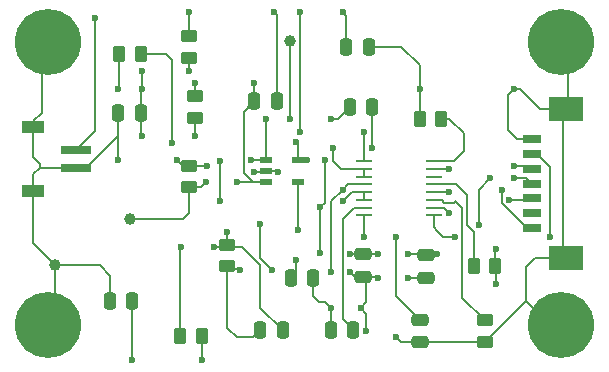
<source format=gtl>
G04 #@! TF.GenerationSoftware,KiCad,Pcbnew,8.0.6*
G04 #@! TF.CreationDate,2025-01-26T18:33:20-05:00*
G04 #@! TF.ProjectId,Mic_Board_Unidirectional,4d69635f-426f-4617-9264-5f556e696469,rev?*
G04 #@! TF.SameCoordinates,Original*
G04 #@! TF.FileFunction,Copper,L1,Top*
G04 #@! TF.FilePolarity,Positive*
%FSLAX46Y46*%
G04 Gerber Fmt 4.6, Leading zero omitted, Abs format (unit mm)*
G04 Created by KiCad (PCBNEW 8.0.6) date 2025-01-26 18:33:20*
%MOMM*%
%LPD*%
G01*
G04 APERTURE LIST*
G04 Aperture macros list*
%AMRoundRect*
0 Rectangle with rounded corners*
0 $1 Rounding radius*
0 $2 $3 $4 $5 $6 $7 $8 $9 X,Y pos of 4 corners*
0 Add a 4 corners polygon primitive as box body*
4,1,4,$2,$3,$4,$5,$6,$7,$8,$9,$2,$3,0*
0 Add four circle primitives for the rounded corners*
1,1,$1+$1,$2,$3*
1,1,$1+$1,$4,$5*
1,1,$1+$1,$6,$7*
1,1,$1+$1,$8,$9*
0 Add four rect primitives between the rounded corners*
20,1,$1+$1,$2,$3,$4,$5,0*
20,1,$1+$1,$4,$5,$6,$7,0*
20,1,$1+$1,$6,$7,$8,$9,0*
20,1,$1+$1,$8,$9,$2,$3,0*%
G04 Aperture macros list end*
G04 #@! TA.AperFunction,SMDPad,CuDef*
%ADD10R,1.409700X0.279400*%
G04 #@! TD*
G04 #@! TA.AperFunction,SMDPad,CuDef*
%ADD11RoundRect,0.250000X0.450000X-0.262500X0.450000X0.262500X-0.450000X0.262500X-0.450000X-0.262500X0*%
G04 #@! TD*
G04 #@! TA.AperFunction,SMDPad,CuDef*
%ADD12RoundRect,0.250000X0.475000X-0.250000X0.475000X0.250000X-0.475000X0.250000X-0.475000X-0.250000X0*%
G04 #@! TD*
G04 #@! TA.AperFunction,SMDPad,CuDef*
%ADD13C,1.000000*%
G04 #@! TD*
G04 #@! TA.AperFunction,ComponentPad*
%ADD14C,5.600000*%
G04 #@! TD*
G04 #@! TA.AperFunction,SMDPad,CuDef*
%ADD15R,2.500000X0.700000*%
G04 #@! TD*
G04 #@! TA.AperFunction,SMDPad,CuDef*
%ADD16R,1.900000X1.100000*%
G04 #@! TD*
G04 #@! TA.AperFunction,SMDPad,CuDef*
%ADD17RoundRect,0.250000X-0.262500X-0.450000X0.262500X-0.450000X0.262500X0.450000X-0.262500X0.450000X0*%
G04 #@! TD*
G04 #@! TA.AperFunction,SMDPad,CuDef*
%ADD18R,0.977900X0.508000*%
G04 #@! TD*
G04 #@! TA.AperFunction,SMDPad,CuDef*
%ADD19RoundRect,0.250000X-0.475000X0.250000X-0.475000X-0.250000X0.475000X-0.250000X0.475000X0.250000X0*%
G04 #@! TD*
G04 #@! TA.AperFunction,SMDPad,CuDef*
%ADD20RoundRect,0.250000X0.250000X0.475000X-0.250000X0.475000X-0.250000X-0.475000X0.250000X-0.475000X0*%
G04 #@! TD*
G04 #@! TA.AperFunction,SMDPad,CuDef*
%ADD21RoundRect,0.250000X-0.250000X-0.475000X0.250000X-0.475000X0.250000X0.475000X-0.250000X0.475000X0*%
G04 #@! TD*
G04 #@! TA.AperFunction,SMDPad,CuDef*
%ADD22R,1.600000X0.800000*%
G04 #@! TD*
G04 #@! TA.AperFunction,SMDPad,CuDef*
%ADD23R,3.000000X2.100000*%
G04 #@! TD*
G04 #@! TA.AperFunction,ViaPad*
%ADD24C,0.600000*%
G04 #@! TD*
G04 #@! TA.AperFunction,Conductor*
%ADD25C,0.200000*%
G04 #@! TD*
G04 APERTURE END LIST*
D10*
X158777750Y-79625003D03*
X158777750Y-80275001D03*
X158777750Y-80925003D03*
X158777750Y-81575001D03*
X158777750Y-82225000D03*
X158777750Y-82875001D03*
X158777750Y-83525000D03*
X158777750Y-84175001D03*
X164683250Y-84175001D03*
X164683250Y-83525003D03*
X164683250Y-82875001D03*
X164683250Y-82225003D03*
X164683250Y-81575004D03*
X164683250Y-80925003D03*
X164683250Y-80275004D03*
X164683250Y-79625003D03*
D11*
X144000000Y-81825000D03*
X144000000Y-80000000D03*
D12*
X158730500Y-89400002D03*
X158730500Y-87500002D03*
D13*
X132636000Y-88400002D03*
D14*
X132000000Y-93500000D03*
D15*
X134380500Y-78650002D03*
X134380500Y-80150002D03*
D16*
X130780500Y-76700002D03*
X130780500Y-82100002D03*
D14*
X132000000Y-93500000D03*
D17*
X143230500Y-94400002D03*
X145055500Y-94400002D03*
D14*
X175500000Y-93500000D03*
D11*
X144500000Y-75912500D03*
X144500000Y-74087500D03*
D18*
X150500000Y-79500000D03*
X150500000Y-80450001D03*
X150500000Y-81400002D03*
X153230500Y-81400002D03*
X153230500Y-79500000D03*
D17*
X168087500Y-88500000D03*
X169912500Y-88500000D03*
D19*
X163500000Y-93050000D03*
X163500000Y-94950000D03*
D20*
X157900000Y-93900002D03*
X156000000Y-93900002D03*
D17*
X163500000Y-76000000D03*
X165325000Y-76000000D03*
D21*
X137280500Y-91400002D03*
X139180500Y-91400002D03*
D13*
X139000000Y-84500000D03*
D21*
X157600000Y-75000000D03*
X159500000Y-75000000D03*
D12*
X164000000Y-89450000D03*
X164000000Y-87550000D03*
D11*
X147230500Y-88500000D03*
X147230500Y-86675000D03*
D17*
X138087500Y-70500000D03*
X139912500Y-70500000D03*
D21*
X152600000Y-89500000D03*
X154500000Y-89500000D03*
D22*
X173000000Y-85250000D03*
X173000000Y-84000000D03*
X173000000Y-82750000D03*
X173000000Y-81500000D03*
X173000000Y-80250000D03*
X173000000Y-79000000D03*
X173000000Y-77750000D03*
D23*
X175900000Y-87800000D03*
X175900000Y-75200000D03*
D14*
X132000000Y-69500000D03*
D11*
X144000000Y-70825000D03*
X144000000Y-69000000D03*
D21*
X157280500Y-69900002D03*
X159180500Y-69900002D03*
D14*
X175500000Y-93500000D03*
X175500000Y-69500000D03*
X132000000Y-69500000D03*
D11*
X169000000Y-94912500D03*
X169000000Y-93087500D03*
D20*
X151400000Y-74500000D03*
X149500000Y-74500000D03*
D13*
X152500000Y-69400002D03*
D20*
X139900000Y-75500000D03*
X138000000Y-75500000D03*
X151900000Y-93900002D03*
X150000000Y-93900002D03*
D24*
X140000000Y-77500000D03*
X144500000Y-77500000D03*
X140000000Y-73500000D03*
X144000000Y-72000000D03*
X138000000Y-73500000D03*
X140000000Y-72000000D03*
X149500000Y-80500000D03*
X145500000Y-80000000D03*
X171500000Y-73500000D03*
X161500000Y-94500000D03*
X138000000Y-79500000D03*
X157000000Y-82000000D03*
X157600000Y-89000000D03*
X160000000Y-89500000D03*
X143000000Y-79500000D03*
X159000000Y-94000000D03*
X163500000Y-73500000D03*
X158500000Y-92000000D03*
X151500000Y-80500000D03*
X162500000Y-89500000D03*
X156000000Y-89000000D03*
X156000000Y-92000000D03*
X149500000Y-73000000D03*
X144500000Y-73000000D03*
X145400000Y-81400000D03*
X148000000Y-81400000D03*
X151200000Y-67000000D03*
X144000000Y-67000000D03*
X136000000Y-67500000D03*
X145055500Y-96400000D03*
X139180500Y-96400000D03*
X152500000Y-76000000D03*
X146600000Y-79600000D03*
X150500000Y-76000000D03*
X156000000Y-76000000D03*
X151000000Y-88800000D03*
X150000000Y-84900000D03*
X148300000Y-88800000D03*
X146600000Y-83000000D03*
X149200000Y-79500000D03*
X147200000Y-85600000D03*
X153230500Y-85430500D03*
X143300000Y-86900000D03*
X146099998Y-86900002D03*
X174500000Y-86000000D03*
X170000000Y-90000000D03*
X155100000Y-87400000D03*
X170000000Y-87000000D03*
X155500000Y-79500000D03*
X165000000Y-87500000D03*
X153000000Y-78000000D03*
X157000000Y-83000000D03*
X162500000Y-87500000D03*
X154000000Y-79500000D03*
X155100000Y-83500000D03*
X153000000Y-88000000D03*
X142500000Y-78100000D03*
X157600000Y-87500000D03*
X160000000Y-87500000D03*
X159500000Y-78500000D03*
X156200000Y-78500000D03*
X161500000Y-86000000D03*
X158800000Y-86000000D03*
X153400000Y-67000000D03*
X158777750Y-77122250D03*
X153400000Y-77122250D03*
X157000000Y-67000000D03*
X168500000Y-85000000D03*
X169500000Y-81000000D03*
X171500000Y-81000000D03*
X166500000Y-86000000D03*
X166000000Y-84000000D03*
X171100000Y-82900735D03*
X166000000Y-82175004D03*
X170500000Y-82000000D03*
X166000000Y-80225003D03*
X171500000Y-80000000D03*
D25*
X140000000Y-72000000D02*
X140000000Y-73500000D01*
X139900000Y-73600000D02*
X139900000Y-75500000D01*
X139900000Y-75500000D02*
X139900000Y-77400000D01*
X138087500Y-70500000D02*
X138087500Y-73412500D01*
X144500000Y-77500000D02*
X144500000Y-75912500D01*
X144000000Y-70825000D02*
X144000000Y-72000000D01*
X140000000Y-73500000D02*
X139900000Y-73600000D01*
X138087500Y-73412500D02*
X138000000Y-73500000D01*
X139900000Y-77400000D02*
X140000000Y-77500000D01*
X171000000Y-77000000D02*
X171000000Y-74000000D01*
X158500000Y-92000000D02*
X159000000Y-92500000D01*
X169000000Y-94912500D02*
X163537500Y-94912500D01*
X143500000Y-80000000D02*
X143000000Y-79500000D01*
X163500000Y-71500000D02*
X161900002Y-69900002D01*
X158730500Y-89400002D02*
X159900002Y-89400002D01*
X137965251Y-77465251D02*
X135280500Y-80150002D01*
X131349998Y-79849998D02*
X130780500Y-79280500D01*
X130780500Y-80719500D02*
X130780500Y-82100002D01*
X159000000Y-91500000D02*
X159000000Y-89669502D01*
X131349998Y-80150002D02*
X130780500Y-80719500D01*
X150500000Y-80450001D02*
X151450001Y-80450001D01*
X134380500Y-80150002D02*
X131349998Y-80150002D01*
X172500000Y-91412500D02*
X172500000Y-88550002D01*
X156000000Y-89000000D02*
X156000000Y-83000000D01*
X149500000Y-80500000D02*
X150450001Y-80500000D01*
X136400002Y-88400002D02*
X137280500Y-89280500D01*
X159000000Y-89669502D02*
X158730500Y-89400002D01*
X171500000Y-73500000D02*
X172000000Y-73500000D01*
X163500000Y-73500000D02*
X163500000Y-71500000D01*
X158730500Y-89400002D02*
X158000002Y-89400002D01*
X144000000Y-80000000D02*
X145500000Y-80000000D01*
X130780500Y-76700002D02*
X130780500Y-76219500D01*
X173000000Y-77750000D02*
X171750000Y-77750000D01*
X156000000Y-92000000D02*
X156000000Y-93900002D01*
X173275001Y-87775001D02*
X175636000Y-87775001D01*
X131500000Y-75500000D02*
X131500000Y-69000000D01*
X130780500Y-79280500D02*
X130780500Y-76700002D01*
X144000000Y-80000000D02*
X143500000Y-80000000D01*
X176000000Y-94000000D02*
X175087500Y-94000000D01*
X171000000Y-74000000D02*
X171500000Y-73500000D01*
X137280500Y-89280500D02*
X137280500Y-91400002D01*
X151450001Y-80450001D02*
X151500000Y-80500000D01*
X131500000Y-94000000D02*
X131500000Y-92000000D01*
X163950000Y-89500000D02*
X164000000Y-89450000D01*
X163537500Y-94912500D02*
X163500000Y-94950000D01*
X175636000Y-69514000D02*
X176100000Y-69050000D01*
X132636000Y-90864000D02*
X132636000Y-88400002D01*
X175636000Y-69864000D02*
X176500000Y-69000000D01*
X162500000Y-89500000D02*
X163950000Y-89500000D01*
X175087500Y-94000000D02*
X172500000Y-91412500D01*
X157424999Y-81575001D02*
X158777750Y-81575001D01*
X175900000Y-74600000D02*
X176100000Y-74400000D01*
X169000000Y-94912500D02*
X172500000Y-91412500D01*
X155000000Y-91500000D02*
X155500000Y-91500000D01*
X130780500Y-76219500D02*
X131500000Y-75500000D01*
X131349998Y-80150002D02*
X131349998Y-79849998D01*
X176100000Y-74400000D02*
X176100000Y-69050000D01*
X175636000Y-87775001D02*
X175636000Y-75175001D01*
X158500000Y-92000000D02*
X159000000Y-91500000D01*
X156000000Y-83000000D02*
X157000000Y-82000000D01*
X138000000Y-77430502D02*
X137965251Y-77465251D01*
X138000000Y-77500000D02*
X137965251Y-77465251D01*
X159000000Y-92500000D02*
X159000000Y-94000000D01*
X159900002Y-89400002D02*
X160000000Y-89500000D01*
X161950000Y-94950000D02*
X163500000Y-94950000D01*
X173700000Y-75200000D02*
X175900000Y-75200000D01*
X132636000Y-88400002D02*
X136400002Y-88400002D01*
X155000000Y-91500000D02*
X154500000Y-91000000D01*
X131500000Y-92000000D02*
X132636000Y-90864000D01*
X161900002Y-69900002D02*
X159180500Y-69900002D01*
X175900000Y-75200000D02*
X175900000Y-74600000D01*
X154500000Y-91000000D02*
X154500000Y-89500000D01*
X155500000Y-91500000D02*
X156000000Y-92000000D01*
X150450001Y-80500000D02*
X150500000Y-80450001D01*
X161500000Y-94500000D02*
X161950000Y-94950000D01*
X172500000Y-88550002D02*
X173275001Y-87775001D01*
X135280500Y-80150002D02*
X134380500Y-80150002D01*
X138000000Y-79500000D02*
X138000000Y-77500000D01*
X172000000Y-73500000D02*
X173700000Y-75200000D01*
X130780500Y-82100002D02*
X130780500Y-86544502D01*
X158000002Y-89400002D02*
X157600000Y-89000000D01*
X171750000Y-77750000D02*
X171000000Y-77000000D01*
X138000000Y-75500000D02*
X138000000Y-77430502D01*
X130780500Y-86544502D02*
X132636000Y-88400002D01*
X157000000Y-82000000D02*
X157424999Y-81575001D01*
X163500000Y-76000000D02*
X163500000Y-73500000D01*
X149500000Y-74500000D02*
X149000062Y-74999938D01*
X149500000Y-73000000D02*
X149500000Y-74500000D01*
X148600000Y-80600000D02*
X149400002Y-81400002D01*
X144975000Y-81825000D02*
X144000000Y-81825000D01*
X144500000Y-74087500D02*
X144500000Y-73000000D01*
X148000002Y-81400002D02*
X150500000Y-81400002D01*
X139000000Y-84500000D02*
X143500000Y-84500000D01*
X149500000Y-74500000D02*
X148600000Y-75400000D01*
X148600000Y-75400000D02*
X148600000Y-80600000D01*
X145400000Y-81400000D02*
X144975000Y-81825000D01*
X149400002Y-81400002D02*
X150500000Y-81400002D01*
X144000000Y-84000000D02*
X144000000Y-81825000D01*
X143500000Y-84500000D02*
X144000000Y-84000000D01*
X148000000Y-81400000D02*
X148000002Y-81400002D01*
X136000000Y-77030502D02*
X134380500Y-78650002D01*
X151400000Y-67200000D02*
X151400000Y-74500000D01*
X136000000Y-67500000D02*
X136000000Y-77030502D01*
X144000000Y-69000000D02*
X144000000Y-67000000D01*
X151200000Y-67000000D02*
X151400000Y-67200000D01*
X139180500Y-96400000D02*
X139180500Y-91400002D01*
X145055500Y-96400000D02*
X145055500Y-94400002D01*
X156000000Y-76000000D02*
X156600000Y-76000000D01*
X149500000Y-79500000D02*
X149200000Y-79500000D01*
X148300000Y-88800000D02*
X148225002Y-88725002D01*
X156600000Y-76000000D02*
X157600000Y-75000000D01*
X150500000Y-79500000D02*
X149200000Y-79500000D01*
X149400002Y-94500000D02*
X150000000Y-93900002D01*
X148000000Y-94500000D02*
X149400002Y-94500000D01*
X148225002Y-88725002D02*
X147230500Y-88725002D01*
X152500000Y-69400002D02*
X152500000Y-76000000D01*
X147230500Y-93730500D02*
X148000000Y-94500000D01*
X147230500Y-88725002D02*
X147230500Y-93730500D01*
X150000000Y-87800000D02*
X151000000Y-88800000D01*
X150500000Y-79500000D02*
X150500000Y-76000000D01*
X146600000Y-83000000D02*
X146600000Y-79600000D01*
X150000000Y-84900000D02*
X150000000Y-87800000D01*
X147230500Y-86900002D02*
X148500002Y-86900002D01*
X143200000Y-94369502D02*
X143230500Y-94400002D01*
X150000000Y-92000002D02*
X151900000Y-93900002D01*
X153230500Y-85430500D02*
X153230500Y-81400002D01*
X146099998Y-86900002D02*
X147230500Y-86900002D01*
X143200000Y-87000000D02*
X143200000Y-94369502D01*
X143300000Y-86900000D02*
X143200000Y-87000000D01*
X147200000Y-85600000D02*
X147230500Y-85630500D01*
X148500002Y-86900002D02*
X150000000Y-88400000D01*
X147230500Y-85630500D02*
X147230500Y-86900002D01*
X150000000Y-88400000D02*
X150000000Y-92000002D01*
X170000000Y-88587500D02*
X169912500Y-88500000D01*
X155500000Y-79500000D02*
X155500000Y-83100000D01*
X169912500Y-88500000D02*
X169912500Y-87087500D01*
X157600002Y-87500002D02*
X157600000Y-87500000D01*
X163950000Y-87500000D02*
X164000000Y-87550000D01*
X155500000Y-83100000D02*
X155100000Y-83500000D01*
X142500000Y-78100000D02*
X142500000Y-71000000D01*
X155100000Y-86500000D02*
X155100000Y-87400000D01*
X174500000Y-80100000D02*
X173400000Y-79000000D01*
X164950000Y-87550000D02*
X165000000Y-87500000D01*
X142000000Y-70500000D02*
X139912500Y-70500000D01*
X160000000Y-87500000D02*
X158730502Y-87500000D01*
X153230500Y-79500000D02*
X153230500Y-78230500D01*
X158777750Y-82225000D02*
X158777750Y-82875001D01*
X153000000Y-89100000D02*
X152600000Y-89500000D01*
X162500000Y-87500000D02*
X163950000Y-87500000D01*
X158730500Y-87500002D02*
X157600002Y-87500002D01*
X172736000Y-78975001D02*
X172336000Y-78975001D01*
X164000000Y-87550000D02*
X164950000Y-87550000D01*
X158777750Y-82225000D02*
X157775000Y-82225000D01*
X170000000Y-90000000D02*
X170000000Y-88587500D01*
X142500000Y-71000000D02*
X142000000Y-70500000D01*
X157775000Y-82225000D02*
X157000000Y-83000000D01*
X153230500Y-79500000D02*
X154000000Y-79500000D01*
X155100000Y-83500000D02*
X155100000Y-86500000D01*
X153230500Y-78230500D02*
X153000000Y-78000000D01*
X169912500Y-87087500D02*
X170000000Y-87000000D01*
X174500000Y-86000000D02*
X174500000Y-80100000D01*
X173400000Y-79000000D02*
X173000000Y-79000000D01*
X158730502Y-87500000D02*
X158730500Y-87500002D01*
X155000000Y-87500000D02*
X155100000Y-87400000D01*
X153000000Y-88000000D02*
X153000000Y-89100000D01*
X156200000Y-78500000D02*
X156200000Y-79600000D01*
X156200000Y-79600000D02*
X156875001Y-80275001D01*
X158777750Y-80275001D02*
X158777750Y-80925003D01*
X156875001Y-80275001D02*
X158777750Y-80275001D01*
X159500000Y-75000000D02*
X159500000Y-78500000D01*
X157000000Y-93000000D02*
X157000000Y-84508201D01*
X157000000Y-84508201D02*
X157983201Y-83525000D01*
X157900000Y-93900002D02*
X157900000Y-93900000D01*
X157983201Y-83525000D02*
X158777750Y-83525000D01*
X157900000Y-93900000D02*
X157000000Y-93000000D01*
X161500000Y-86000000D02*
X161500000Y-91050000D01*
X158800000Y-86000000D02*
X158777750Y-85977750D01*
X161500000Y-91050000D02*
X163500000Y-93050000D01*
X158777750Y-85977750D02*
X158777750Y-84175001D01*
X157280500Y-67280500D02*
X157280500Y-69900002D01*
X158777750Y-77122250D02*
X158777750Y-79625003D01*
X157000000Y-67000000D02*
X157280500Y-67280500D01*
X153400000Y-77122250D02*
X153400000Y-67000000D01*
X165325000Y-76000000D02*
X166000000Y-76000000D01*
X166000000Y-76000000D02*
X167230500Y-77230500D01*
X166374997Y-79625003D02*
X164683250Y-79625003D01*
X167230500Y-78769500D02*
X166374997Y-79625003D01*
X167230500Y-77230500D02*
X167230500Y-78769500D01*
X166500000Y-83000000D02*
X167100000Y-83600000D01*
X166400000Y-83100000D02*
X166500000Y-83000000D01*
X167100000Y-83600000D02*
X167100000Y-91187500D01*
X165600000Y-83100000D02*
X166400000Y-83100000D01*
X167100000Y-91187500D02*
X169000000Y-93087500D01*
X164683250Y-82875001D02*
X165375001Y-82875001D01*
X165375001Y-82875001D02*
X165600000Y-83100000D01*
X168500000Y-82000000D02*
X169500000Y-81000000D01*
X164683250Y-85183250D02*
X165000000Y-85500000D01*
X165000000Y-85500000D02*
X165500000Y-86000000D01*
X171500000Y-81000000D02*
X172500000Y-81000000D01*
X168500000Y-85000000D02*
X168500000Y-82000000D01*
X164683250Y-84175001D02*
X164683250Y-85183250D01*
X172500000Y-81000000D02*
X173000000Y-81500000D01*
X165500000Y-86000000D02*
X166500000Y-86000000D01*
X172849265Y-82900735D02*
X173000000Y-82750000D01*
X172750000Y-82500000D02*
X173000000Y-82750000D01*
X164683250Y-83525003D02*
X165525003Y-83525003D01*
X165525003Y-83525003D02*
X166000000Y-84000000D01*
X171100000Y-82900735D02*
X172849265Y-82900735D01*
X165950001Y-82225003D02*
X166000000Y-82175004D01*
X164683250Y-82225003D02*
X165950001Y-82225003D01*
X172600000Y-85250000D02*
X173000000Y-85250000D01*
X170500000Y-82000000D02*
X170500000Y-83150000D01*
X170500000Y-83150000D02*
X172600000Y-85250000D01*
X165949999Y-80275004D02*
X166000000Y-80225003D01*
X164683250Y-80275004D02*
X165949999Y-80275004D01*
X171500000Y-80000000D02*
X172750000Y-80000000D01*
X172750000Y-80000000D02*
X173000000Y-80250000D01*
X164683250Y-81575004D02*
X166575004Y-81575004D01*
X166575004Y-81575004D02*
X167500000Y-82500000D01*
X167500000Y-82500000D02*
X167500000Y-85000000D01*
X167500000Y-85000000D02*
X168087500Y-85587500D01*
X168087500Y-85587500D02*
X168087500Y-88500000D01*
X164688289Y-80919964D02*
X164683250Y-80925003D01*
M02*

</source>
